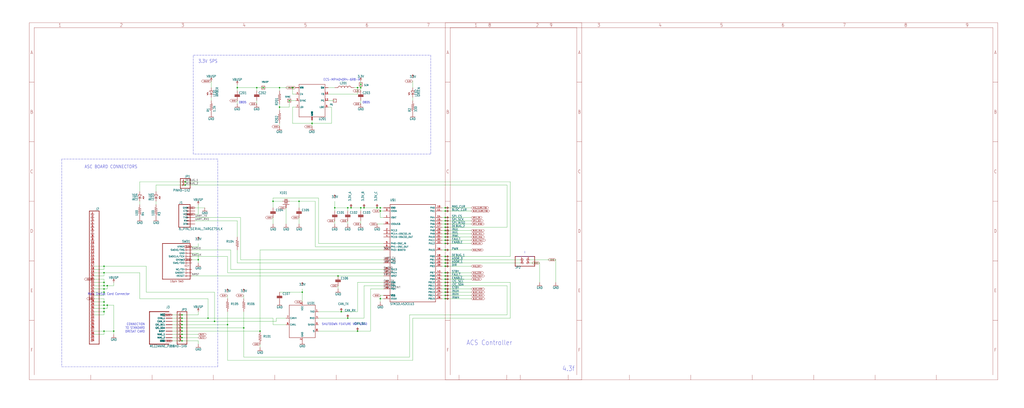
<source format=kicad_sch>
(kicad_sch (version 20210621) (generator eeschema)
  (paper "User" 800.252 319.329)
  (junction (at 81.28 208.28) (diameter 0.9144))
  (junction (at 81.28 213.36) (diameter 0.9144))
  (junction (at 81.28 220.98) (diameter 0.9144))
  (junction (at 81.28 223.52) (diameter 0.9144))
  (junction (at 81.28 226.06) (diameter 0.9144))
  (junction (at 81.28 228.6) (diameter 0.9144))
  (junction (at 81.28 236.22) (diameter 0.9144))
  (junction (at 81.28 238.76) (diameter 0.9144))
  (junction (at 81.28 241.3) (diameter 0.9144))
  (junction (at 81.28 243.84) (diameter 0.9144))
  (junction (at 81.28 259.08) (diameter 0.9144))
  (junction (at 83.82 223.52) (diameter 0.9144))
  (junction (at 83.82 238.76) (diameter 0.9144))
  (junction (at 88.9 259.08) (diameter 0.9144))
  (junction (at 142.24 246.38) (diameter 0.9144))
  (junction (at 142.24 248.92) (diameter 0.9144))
  (junction (at 142.24 251.46) (diameter 0.9144))
  (junction (at 142.24 254) (diameter 0.9144))
  (junction (at 142.24 256.54) (diameter 0.9144))
  (junction (at 142.24 259.08) (diameter 0.9144))
  (junction (at 142.24 261.62) (diameter 0.9144))
  (junction (at 142.24 264.16) (diameter 0.9144))
  (junction (at 142.24 266.7) (diameter 0.9144))
  (junction (at 144.78 142.24) (diameter 0.9144))
  (junction (at 144.78 144.78) (diameter 0.9144))
  (junction (at 154.94 203.2) (diameter 0.9144))
  (junction (at 162.56 248.92) (diameter 0.9144))
  (junction (at 167.64 251.46) (diameter 0.9144))
  (junction (at 177.8 254) (diameter 0.9144))
  (junction (at 185.42 68.58) (diameter 0.9144))
  (junction (at 190.5 256.54) (diameter 0.9144))
  (junction (at 200.66 68.58) (diameter 0.9144))
  (junction (at 203.2 259.08) (diameter 0.9144))
  (junction (at 205.74 68.58) (diameter 0.9144))
  (junction (at 213.36 157.48) (diameter 0.9144))
  (junction (at 218.44 68.58) (diameter 0.9144))
  (junction (at 218.44 83.82) (diameter 0.9144))
  (junction (at 226.06 78.74) (diameter 0.9144))
  (junction (at 228.6 68.58) (diameter 0.9144))
  (junction (at 233.68 157.48) (diameter 0.9144))
  (junction (at 236.22 228.6) (diameter 0.9144))
  (junction (at 243.84 96.52) (diameter 0.9144))
  (junction (at 261.62 162.56) (diameter 0.9144))
  (junction (at 264.16 215.9) (diameter 0.9144))
  (junction (at 266.7 243.84) (diameter 0.9144))
  (junction (at 271.78 162.56) (diameter 0.9144))
  (junction (at 271.78 248.92) (diameter 0.9144))
  (junction (at 274.32 162.56) (diameter 0.9144))
  (junction (at 279.4 68.58) (diameter 0.9144))
  (junction (at 279.4 259.08) (diameter 0.9144))
  (junction (at 281.94 66.04) (diameter 0.9144))
  (junction (at 281.94 68.58) (diameter 0.9144))
  (junction (at 281.94 162.56) (diameter 0.9144))
  (junction (at 284.48 162.56) (diameter 0.9144))
  (junction (at 294.64 162.56) (diameter 0.9144))
  (junction (at 297.18 162.56) (diameter 0.9144))
  (junction (at 297.18 165.1) (diameter 0.9144))
  (junction (at 297.18 233.68) (diameter 0.9144))
  (junction (at 347.98 162.56) (diameter 0.9144))
  (junction (at 347.98 165.1) (diameter 0.9144))
  (junction (at 347.98 170.18) (diameter 0.9144))
  (junction (at 347.98 172.72) (diameter 0.9144))
  (junction (at 347.98 175.26) (diameter 0.9144))
  (junction (at 347.98 177.8) (diameter 0.9144))
  (junction (at 347.98 180.34) (diameter 0.9144))
  (junction (at 347.98 182.88) (diameter 0.9144))
  (junction (at 347.98 185.42) (diameter 0.9144))
  (junction (at 347.98 187.96) (diameter 0.9144))
  (junction (at 347.98 190.5) (diameter 0.9144))
  (junction (at 347.98 195.58) (diameter 0.9144))
  (junction (at 347.98 200.66) (diameter 0.9144))
  (junction (at 347.98 203.2) (diameter 0.9144))
  (junction (at 347.98 205.74) (diameter 0.9144))
  (junction (at 347.98 208.28) (diameter 0.9144))
  (junction (at 347.98 213.36) (diameter 0.9144))
  (junction (at 347.98 215.9) (diameter 0.9144))
  (junction (at 347.98 218.44) (diameter 0.9144))
  (junction (at 347.98 220.98) (diameter 0.9144))
  (junction (at 347.98 223.52) (diameter 0.9144))
  (junction (at 347.98 226.06) (diameter 0.9144))
  (junction (at 347.98 228.6) (diameter 0.9144))
  (junction (at 347.98 231.14) (diameter 0.9144))
  (junction (at 347.98 233.68) (diameter 0.9144))
  (wire (pts (xy 73.66 210.82) (xy 81.28 210.82)))
  (wire (pts (xy 73.66 215.9) (xy 81.28 215.9)))
  (wire (pts (xy 73.66 218.44) (xy 81.28 218.44)))
  (wire (pts (xy 73.66 223.52) (xy 81.28 223.52)))
  (wire (pts (xy 73.66 226.06) (xy 81.28 226.06)))
  (wire (pts (xy 73.66 228.6) (xy 81.28 228.6)))
  (wire (pts (xy 73.66 231.14) (xy 81.28 231.14)))
  (wire (pts (xy 73.66 233.68) (xy 81.28 233.68)))
  (wire (pts (xy 73.66 238.76) (xy 81.28 238.76)))
  (wire (pts (xy 73.66 241.3) (xy 81.28 241.3)))
  (wire (pts (xy 73.66 243.84) (xy 81.28 243.84)))
  (wire (pts (xy 73.66 246.38) (xy 81.28 246.38)))
  (wire (pts (xy 73.66 259.08) (xy 81.28 259.08)))
  (wire (pts (xy 81.28 208.28) (xy 73.66 208.28)))
  (wire (pts (xy 81.28 210.82) (xy 81.28 208.28)))
  (wire (pts (xy 81.28 213.36) (xy 73.66 213.36)))
  (wire (pts (xy 81.28 215.9) (xy 81.28 213.36)))
  (wire (pts (xy 81.28 218.44) (xy 81.28 220.98)))
  (wire (pts (xy 81.28 220.98) (xy 73.66 220.98)))
  (wire (pts (xy 81.28 223.52) (xy 81.28 220.98)))
  (wire (pts (xy 81.28 226.06) (xy 83.82 226.06)))
  (wire (pts (xy 81.28 228.6) (xy 81.28 226.06)))
  (wire (pts (xy 81.28 231.14) (xy 81.28 228.6)))
  (wire (pts (xy 81.28 233.68) (xy 81.28 236.22)))
  (wire (pts (xy 81.28 236.22) (xy 73.66 236.22)))
  (wire (pts (xy 81.28 238.76) (xy 81.28 236.22)))
  (wire (pts (xy 81.28 241.3) (xy 83.82 241.3)))
  (wire (pts (xy 81.28 243.84) (xy 81.28 241.3)))
  (wire (pts (xy 81.28 246.38) (xy 81.28 243.84)))
  (wire (pts (xy 81.28 259.08) (xy 81.28 261.62)))
  (wire (pts (xy 81.28 259.08) (xy 88.9 259.08)))
  (wire (pts (xy 81.28 261.62) (xy 73.66 261.62)))
  (wire (pts (xy 83.82 223.52) (xy 81.28 223.52)))
  (wire (pts (xy 83.82 223.52) (xy 88.9 223.52)))
  (wire (pts (xy 83.82 226.06) (xy 83.82 223.52)))
  (wire (pts (xy 83.82 238.76) (xy 81.28 238.76)))
  (wire (pts (xy 83.82 238.76) (xy 88.9 238.76)))
  (wire (pts (xy 83.82 241.3) (xy 83.82 238.76)))
  (wire (pts (xy 88.9 223.52) (xy 88.9 220.98)))
  (wire (pts (xy 88.9 238.76) (xy 88.9 259.08)))
  (wire (pts (xy 88.9 259.08) (xy 88.9 261.62)))
  (wire (pts (xy 109.22 142.24) (xy 109.22 149.86)))
  (wire (pts (xy 109.22 142.24) (xy 144.78 142.24)))
  (wire (pts (xy 109.22 160.02) (xy 109.22 157.48)))
  (wire (pts (xy 109.22 213.36) (xy 81.28 213.36)))
  (wire (pts (xy 109.22 233.68) (xy 109.22 213.36)))
  (wire (pts (xy 114.3 208.28) (xy 81.28 208.28)))
  (wire (pts (xy 114.3 228.6) (xy 114.3 208.28)))
  (wire (pts (xy 121.92 144.78) (xy 121.92 149.86)))
  (wire (pts (xy 121.92 157.48) (xy 121.92 160.02)))
  (wire (pts (xy 134.62 246.38) (xy 142.24 246.38)))
  (wire (pts (xy 134.62 248.92) (xy 142.24 248.92)))
  (wire (pts (xy 134.62 251.46) (xy 142.24 251.46)))
  (wire (pts (xy 134.62 266.7) (xy 142.24 266.7)))
  (wire (pts (xy 142.24 246.38) (xy 154.94 246.38)))
  (wire (pts (xy 142.24 248.92) (xy 162.56 248.92)))
  (wire (pts (xy 142.24 251.46) (xy 167.64 251.46)))
  (wire (pts (xy 142.24 254) (xy 134.62 254)))
  (wire (pts (xy 142.24 256.54) (xy 134.62 256.54)))
  (wire (pts (xy 142.24 259.08) (xy 134.62 259.08)))
  (wire (pts (xy 142.24 261.62) (xy 134.62 261.62)))
  (wire (pts (xy 142.24 264.16) (xy 134.62 264.16)))
  (wire (pts (xy 142.24 266.7) (xy 154.94 266.7)))
  (wire (pts (xy 144.78 142.24) (xy 398.78 142.24)))
  (wire (pts (xy 144.78 144.78) (xy 121.92 144.78)))
  (wire (pts (xy 149.86 193.04) (xy 154.94 193.04)))
  (wire (pts (xy 149.86 198.12) (xy 154.94 198.12)))
  (wire (pts (xy 149.86 203.2) (xy 154.94 203.2)))
  (wire (pts (xy 152.4 162.56) (xy 160.02 162.56)))
  (wire (pts (xy 152.4 167.64) (xy 154.94 167.64)))
  (wire (pts (xy 154.94 167.64) (xy 154.94 160.02)))
  (wire (pts (xy 154.94 193.04) (xy 154.94 190.5)))
  (wire (pts (xy 154.94 198.12) (xy 154.94 203.2)))
  (wire (pts (xy 154.94 203.2) (xy 154.94 205.74)))
  (wire (pts (xy 154.94 246.38) (xy 154.94 243.84)))
  (wire (pts (xy 154.94 261.62) (xy 142.24 261.62)))
  (wire (pts (xy 154.94 264.16) (xy 142.24 264.16)))
  (wire (pts (xy 154.94 266.7) (xy 154.94 269.24)))
  (wire (pts (xy 162.56 233.68) (xy 109.22 233.68)))
  (wire (pts (xy 162.56 248.92) (xy 162.56 233.68)))
  (wire (pts (xy 162.56 248.92) (xy 213.36 248.92)))
  (wire (pts (xy 165.1 63.5) (xy 165.1 68.58)))
  (wire (pts (xy 165.1 78.74) (xy 165.1 76.2)))
  (wire (pts (xy 167.64 228.6) (xy 114.3 228.6)))
  (wire (pts (xy 167.64 251.46) (xy 167.64 228.6)))
  (wire (pts (xy 167.64 251.46) (xy 215.9 251.46)))
  (wire (pts (xy 177.8 200.66) (xy 149.86 200.66)))
  (wire (pts (xy 177.8 213.36) (xy 177.8 200.66)))
  (wire (pts (xy 177.8 231.14) (xy 177.8 233.68)))
  (wire (pts (xy 177.8 254) (xy 142.24 254)))
  (wire (pts (xy 177.8 254) (xy 177.8 243.84)))
  (wire (pts (xy 177.8 281.94) (xy 177.8 254)))
  (wire (pts (xy 180.34 195.58) (xy 149.86 195.58)))
  (wire (pts (xy 180.34 210.82) (xy 180.34 195.58)))
  (wire (pts (xy 185.42 68.58) (xy 185.42 66.04)))
  (wire (pts (xy 185.42 68.58) (xy 200.66 68.58)))
  (wire (pts (xy 185.42 71.12) (xy 185.42 68.58)))
  (wire (pts (xy 185.42 78.74) (xy 185.42 81.28)))
  (wire (pts (xy 185.42 172.72) (xy 152.4 172.72)))
  (wire (pts (xy 185.42 172.72) (xy 185.42 185.42)))
  (wire (pts (xy 185.42 195.58) (xy 185.42 205.74)))
  (wire (pts (xy 187.96 170.18) (xy 152.4 170.18)))
  (wire (pts (xy 187.96 203.2) (xy 187.96 170.18)))
  (wire (pts (xy 190.5 231.14) (xy 190.5 233.68)))
  (wire (pts (xy 190.5 256.54) (xy 142.24 256.54)))
  (wire (pts (xy 190.5 256.54) (xy 190.5 243.84)))
  (wire (pts (xy 190.5 279.4) (xy 190.5 256.54)))
  (wire (pts (xy 200.66 71.12) (xy 200.66 68.58)))
  (wire (pts (xy 200.66 81.28) (xy 200.66 78.74)))
  (wire (pts (xy 203.2 195.58) (xy 203.2 259.08)))
  (wire (pts (xy 203.2 259.08) (xy 142.24 259.08)))
  (wire (pts (xy 203.2 269.24) (xy 203.2 271.78)))
  (wire (pts (xy 205.74 68.58) (xy 200.66 68.58)))
  (wire (pts (xy 213.36 154.94) (xy 213.36 157.48)))
  (wire (pts (xy 213.36 157.48) (xy 213.36 162.56)))
  (wire (pts (xy 213.36 157.48) (xy 220.98 157.48)))
  (wire (pts (xy 213.36 170.18) (xy 213.36 175.26)))
  (wire (pts (xy 213.36 248.92) (xy 213.36 254)))
  (wire (pts (xy 213.36 254) (xy 223.52 254)))
  (wire (pts (xy 215.9 248.92) (xy 223.52 248.92)))
  (wire (pts (xy 215.9 251.46) (xy 215.9 248.92)))
  (wire (pts (xy 218.44 68.58) (xy 205.74 68.58)))
  (wire (pts (xy 218.44 71.12) (xy 218.44 68.58)))
  (wire (pts (xy 218.44 83.82) (xy 218.44 81.28)))
  (wire (pts (xy 218.44 86.36) (xy 218.44 83.82)))
  (wire (pts (xy 218.44 99.06) (xy 218.44 96.52)))
  (wire (pts (xy 218.44 228.6) (xy 236.22 228.6)))
  (wire (pts (xy 223.52 162.56) (xy 223.52 175.26)))
  (wire (pts (xy 226.06 78.74) (xy 226.06 83.82)))
  (wire (pts (xy 226.06 78.74) (xy 231.14 78.74)))
  (wire (pts (xy 226.06 83.82) (xy 218.44 83.82)))
  (wire (pts (xy 228.6 68.58) (xy 218.44 68.58)))
  (wire (pts (xy 228.6 73.66) (xy 228.6 68.58)))
  (wire (pts (xy 228.6 73.66) (xy 231.14 73.66)))
  (wire (pts (xy 228.6 83.82) (xy 228.6 96.52)))
  (wire (pts (xy 228.6 83.82) (xy 231.14 83.82)))
  (wire (pts (xy 228.6 96.52) (xy 243.84 96.52)))
  (wire (pts (xy 231.14 68.58) (xy 228.6 68.58)))
  (wire (pts (xy 233.68 157.48) (xy 226.06 157.48)))
  (wire (pts (xy 233.68 162.56) (xy 233.68 157.48)))
  (wire (pts (xy 233.68 170.18) (xy 233.68 175.26)))
  (wire (pts (xy 236.22 228.6) (xy 236.22 226.06)))
  (wire (pts (xy 236.22 236.22) (xy 236.22 228.6)))
  (wire (pts (xy 243.84 96.52) (xy 243.84 93.98)))
  (wire (pts (xy 243.84 99.06) (xy 243.84 96.52)))
  (wire (pts (xy 246.38 157.48) (xy 233.68 157.48)))
  (wire (pts (xy 246.38 193.04) (xy 246.38 157.48)))
  (wire (pts (xy 248.92 154.94) (xy 213.36 154.94)))
  (wire (pts (xy 248.92 190.5) (xy 248.92 154.94)))
  (wire (pts (xy 248.92 243.84) (xy 266.7 243.84)))
  (wire (pts (xy 248.92 248.92) (xy 271.78 248.92)))
  (wire (pts (xy 256.54 68.58) (xy 261.62 68.58)))
  (wire (pts (xy 256.54 73.66) (xy 279.4 73.66)))
  (wire (pts (xy 256.54 78.74) (xy 261.62 78.74)))
  (wire (pts (xy 256.54 83.82) (xy 259.08 83.82)))
  (wire (pts (xy 259.08 83.82) (xy 259.08 96.52)))
  (wire (pts (xy 259.08 96.52) (xy 243.84 96.52)))
  (wire (pts (xy 261.62 157.48) (xy 261.62 162.56)))
  (wire (pts (xy 261.62 165.1) (xy 261.62 162.56)))
  (wire (pts (xy 261.62 172.72) (xy 261.62 175.26)))
  (wire (pts (xy 264.16 215.9) (xy 149.86 215.9)))
  (wire (pts (xy 264.16 223.52) (xy 264.16 226.06)))
  (wire (pts (xy 266.7 243.84) (xy 279.4 243.84)))
  (wire (pts (xy 271.78 162.56) (xy 261.62 162.56)))
  (wire (pts (xy 271.78 165.1) (xy 271.78 162.56)))
  (wire (pts (xy 271.78 172.72) (xy 271.78 175.26)))
  (wire (pts (xy 271.78 248.92) (xy 284.48 248.92)))
  (wire (pts (xy 274.32 162.56) (xy 271.78 162.56)))
  (wire (pts (xy 274.32 162.56) (xy 281.94 162.56)))
  (wire (pts (xy 279.4 68.58) (xy 276.86 68.58)))
  (wire (pts (xy 279.4 68.58) (xy 281.94 68.58)))
  (wire (pts (xy 279.4 73.66) (xy 279.4 68.58)))
  (wire (pts (xy 279.4 220.98) (xy 299.72 220.98)))
  (wire (pts (xy 279.4 243.84) (xy 279.4 220.98)))
  (wire (pts (xy 279.4 259.08) (xy 248.92 259.08)))
  (wire (pts (xy 281.94 63.5) (xy 281.94 66.04)))
  (wire (pts (xy 281.94 68.58) (xy 281.94 66.04)))
  (wire (pts (xy 281.94 71.12) (xy 281.94 68.58)))
  (wire (pts (xy 281.94 81.28) (xy 281.94 78.74)))
  (wire (pts (xy 281.94 165.1) (xy 281.94 162.56)))
  (wire (pts (xy 281.94 175.26) (xy 281.94 172.72)))
  (wire (pts (xy 284.48 162.56) (xy 281.94 162.56)))
  (wire (pts (xy 284.48 223.52) (xy 299.72 223.52)))
  (wire (pts (xy 284.48 248.92) (xy 284.48 223.52)))
  (wire (pts (xy 289.56 226.06) (xy 299.72 226.06)))
  (wire (pts (xy 289.56 259.08) (xy 279.4 259.08)))
  (wire (pts (xy 289.56 259.08) (xy 289.56 226.06)))
  (wire (pts (xy 294.64 162.56) (xy 284.48 162.56)))
  (wire (pts (xy 294.64 175.26) (xy 299.72 175.26)))
  (wire (pts (xy 297.18 162.56) (xy 294.64 162.56)))
  (wire (pts (xy 297.18 162.56) (xy 299.72 162.56)))
  (wire (pts (xy 297.18 165.1) (xy 297.18 162.56)))
  (wire (pts (xy 297.18 165.1) (xy 299.72 165.1)))
  (wire (pts (xy 297.18 170.18) (xy 297.18 165.1)))
  (wire (pts (xy 297.18 231.14) (xy 297.18 233.68)))
  (wire (pts (xy 297.18 233.68) (xy 297.18 236.22)))
  (wire (pts (xy 299.72 170.18) (xy 297.18 170.18)))
  (wire (pts (xy 299.72 190.5) (xy 248.92 190.5)))
  (wire (pts (xy 299.72 193.04) (xy 246.38 193.04)))
  (wire (pts (xy 299.72 195.58) (xy 203.2 195.58)))
  (wire (pts (xy 299.72 203.2) (xy 187.96 203.2)))
  (wire (pts (xy 299.72 205.74) (xy 185.42 205.74)))
  (wire (pts (xy 299.72 210.82) (xy 180.34 210.82)))
  (wire (pts (xy 299.72 213.36) (xy 177.8 213.36)))
  (wire (pts (xy 299.72 215.9) (xy 264.16 215.9)))
  (wire (pts (xy 299.72 231.14) (xy 297.18 231.14)))
  (wire (pts (xy 299.72 233.68) (xy 297.18 233.68)))
  (wire (pts (xy 320.04 246.38) (xy 320.04 279.4)))
  (wire (pts (xy 320.04 279.4) (xy 190.5 279.4)))
  (wire (pts (xy 322.58 63.5) (xy 322.58 68.58)))
  (wire (pts (xy 322.58 76.2) (xy 322.58 78.74)))
  (wire (pts (xy 322.58 248.92) (xy 322.58 281.94)))
  (wire (pts (xy 322.58 281.94) (xy 177.8 281.94)))
  (wire (pts (xy 345.44 175.26) (xy 347.98 175.26)))
  (wire (pts (xy 345.44 182.88) (xy 347.98 182.88)))
  (wire (pts (xy 345.44 185.42) (xy 347.98 185.42)))
  (wire (pts (xy 345.44 190.5) (xy 347.98 190.5)))
  (wire (pts (xy 345.44 195.58) (xy 347.98 195.58)))
  (wire (pts (xy 345.44 203.2) (xy 347.98 203.2)))
  (wire (pts (xy 345.44 205.74) (xy 347.98 205.74)))
  (wire (pts (xy 345.44 208.28) (xy 347.98 208.28)))
  (wire (pts (xy 345.44 213.36) (xy 347.98 213.36)))
  (wire (pts (xy 345.44 215.9) (xy 347.98 215.9)))
  (wire (pts (xy 345.44 218.44) (xy 347.98 218.44)))
  (wire (pts (xy 345.44 220.98) (xy 347.98 220.98)))
  (wire (pts (xy 345.44 223.52) (xy 347.98 223.52)))
  (wire (pts (xy 345.44 226.06) (xy 347.98 226.06)))
  (wire (pts (xy 347.98 162.56) (xy 345.44 162.56)))
  (wire (pts (xy 347.98 165.1) (xy 345.44 165.1)))
  (wire (pts (xy 347.98 170.18) (xy 345.44 170.18)))
  (wire (pts (xy 347.98 172.72) (xy 345.44 172.72)))
  (wire (pts (xy 347.98 175.26) (xy 368.3 175.26)))
  (wire (pts (xy 347.98 177.8) (xy 345.44 177.8)))
  (wire (pts (xy 347.98 180.34) (xy 345.44 180.34)))
  (wire (pts (xy 347.98 182.88) (xy 368.3 182.88)))
  (wire (pts (xy 347.98 185.42) (xy 368.3 185.42)))
  (wire (pts (xy 347.98 187.96) (xy 345.44 187.96)))
  (wire (pts (xy 347.98 190.5) (xy 368.3 190.5)))
  (wire (pts (xy 347.98 195.58) (xy 368.3 195.58)))
  (wire (pts (xy 347.98 200.66) (xy 345.44 200.66)))
  (wire (pts (xy 347.98 203.2) (xy 406.4 203.2)))
  (wire (pts (xy 347.98 205.74) (xy 406.4 205.74)))
  (wire (pts (xy 347.98 208.28) (xy 368.3 208.28)))
  (wire (pts (xy 347.98 213.36) (xy 368.3 213.36)))
  (wire (pts (xy 347.98 215.9) (xy 368.3 215.9)))
  (wire (pts (xy 347.98 218.44) (xy 368.3 218.44)))
  (wire (pts (xy 347.98 220.98) (xy 398.78 220.98)))
  (wire (pts (xy 347.98 223.52) (xy 396.24 223.52)))
  (wire (pts (xy 347.98 226.06) (xy 368.3 226.06)))
  (wire (pts (xy 347.98 228.6) (xy 345.44 228.6)))
  (wire (pts (xy 347.98 231.14) (xy 345.44 231.14)))
  (wire (pts (xy 347.98 233.68) (xy 345.44 233.68)))
  (wire (pts (xy 368.3 162.56) (xy 347.98 162.56)))
  (wire (pts (xy 368.3 165.1) (xy 347.98 165.1)))
  (wire (pts (xy 368.3 170.18) (xy 347.98 170.18)))
  (wire (pts (xy 368.3 172.72) (xy 347.98 172.72)))
  (wire (pts (xy 368.3 180.34) (xy 347.98 180.34)))
  (wire (pts (xy 368.3 187.96) (xy 347.98 187.96)))
  (wire (pts (xy 368.3 228.6) (xy 347.98 228.6)))
  (wire (pts (xy 368.3 231.14) (xy 347.98 231.14)))
  (wire (pts (xy 368.3 233.68) (xy 347.98 233.68)))
  (wire (pts (xy 396.24 144.78) (xy 144.78 144.78)))
  (wire (pts (xy 396.24 177.8) (xy 347.98 177.8)))
  (wire (pts (xy 396.24 177.8) (xy 396.24 144.78)))
  (wire (pts (xy 396.24 223.52) (xy 396.24 246.38)))
  (wire (pts (xy 396.24 246.38) (xy 320.04 246.38)))
  (wire (pts (xy 398.78 142.24) (xy 398.78 200.66)))
  (wire (pts (xy 398.78 200.66) (xy 347.98 200.66)))
  (wire (pts (xy 398.78 220.98) (xy 398.78 248.92)))
  (wire (pts (xy 398.78 248.92) (xy 322.58 248.92)))
  (wire (pts (xy 414.02 203.2) (xy 434.34 203.2)))
  (wire (pts (xy 414.02 205.74) (xy 421.64 205.74)))
  (wire (pts (xy 421.64 205.74) (xy 421.64 220.98)))
  (wire (pts (xy 434.34 203.2) (xy 434.34 220.98)))
  (polyline (pts (xy 48.26 124.46) (xy 48.26 287.02)) (stroke (width 0) (type dash)))
  (polyline (pts (xy 48.26 287.02) (xy 170.18 287.02)) (stroke (width 0) (type dash)))
  (polyline (pts (xy 151.13 43.18) (xy 336.55 43.18)) (stroke (width 0) (type dash)))
  (polyline (pts (xy 151.13 120.65) (xy 151.13 43.18)) (stroke (width 0) (type dash)))
  (polyline (pts (xy 170.18 124.46) (xy 48.26 124.46)) (stroke (width 0) (type dash)))
  (polyline (pts (xy 170.18 287.02) (xy 170.18 124.46)) (stroke (width 0) (type dash)))
  (polyline (pts (xy 336.55 43.18) (xy 336.55 120.65)) (stroke (width 0) (type dash)))
  (polyline (pts (xy 336.55 120.65) (xy 151.13 120.65)) (stroke (width 0) (type dash)))
  (polyline (pts (xy 403.86 200.66) (xy 416.56 200.66)) (stroke (width 0) (type dash)))
  (polyline (pts (xy 410.21 198.12) (xy 410.21 196.088)) (stroke (width 0) (type dash)))
  (text "ASC BOARD CONNECTORS" (at 66.04 132.08 180) (effects (font (size 2.54 2.159)) (justify left bottom)))
  (text "Main OreSat Card Connector" (at 68.58 231.14 180) (effects (font (size 1.778 1.5113)) (justify left bottom)))
  (text "CONNECTION\nTO STANDARD\nORESAT CARD" (at 113.284 252.73 180) (effects (font (size 1.778 1.5113)) (justify right top)))
  (text "3.3V SPS" (at 154.94 49.53 180) (effects (font (size 2.54 2.159)) (justify left bottom)))
  (text "0805" (at 186.69 81.28 180) (effects (font (size 1.778 1.5113)) (justify left bottom)))
  (text "SHUTDOWN FEATURE NOT USED" (at 251.46 254.762 180) (effects (font (size 1.778 1.5113)) (justify left bottom)))
  (text "ECS-MPI4040R4-6R8-R" (at 252.73 63.5 180) (effects (font (size 1.778 1.5113)) (justify left bottom)))
  (text "0805" (at 283.21 81.28 180) (effects (font (size 1.778 1.5113)) (justify left bottom)))
  (text "ACS Controller" (at 364.49 270.51 180) (effects (font (size 3.81 3.2385)) (justify left bottom)))
  (text "4.3f" (at 439.42 290.83 180) (effects (font (size 3.81 3.2385)) (justify left bottom)))
  (label "DEBUG_1" (at 144.78 142.24 0) (effects (font (size 1.5113 1.5113))))
  (label "DEBUG_2" (at 144.78 144.78 0) (effects (font (size 1.5113 1.5113))))
  (label "SWDIO" (at 149.86 195.58 0) (effects (font (size 1.5113 1.5113))))
  (label "SWCLK" (at 149.86 200.66 0) (effects (font (size 1.5113 1.5113))))
  (label "NRST" (at 149.86 215.9 0) (effects (font (size 1.5113 1.5113))))
  (label "UART_TX" (at 152.4 170.18 0) (effects (font (size 1.5113 1.5113))))
  (label "UART_RX1" (at 152.4 172.72 0) (effects (font (size 1.5113 1.5113))))
  (label "BOOT" (at 299.72 195.58 0) (effects (font (size 1.5113 1.5113))))
  (label "UART_TX" (at 299.72 203.2 0) (effects (font (size 1.5113 1.5113))))
  (label "UART_RX" (at 299.72 205.74 0) (effects (font (size 1.5113 1.5113))))
  (label "SWDIO" (at 299.72 210.82 0) (effects (font (size 1.5113 1.5113))))
  (label "SWCLK" (at 299.72 213.36 0) (effects (font (size 1.5113 1.5113))))
  (label "NRST" (at 299.72 215.9 0) (effects (font (size 1.5113 1.5113))))
  (label "CAN_TX" (at 299.72 220.98 0) (effects (font (size 1.5113 1.5113))))
  (label "CAN_RX" (at 299.72 223.52 0) (effects (font (size 1.5113 1.5113))))
  (label "CAN_SILENT" (at 299.72 226.06 0) (effects (font (size 1.5113 1.5113))))
  (global_label "VBUSP" (shape bidirectional) (at 73.66 218.44 180) (effects (font (size 1.016 1.016))) (property "Intersheet References" "${INTERSHEET_REFS}" (effects hide)))
  (global_label "GND" (shape bidirectional) (at 73.66 233.68 180) (effects (font (size 1.016 1.016))) (property "Intersheet References" "${INTERSHEET_REFS}" (effects hide)))
  (global_label "VBUSP" (shape bidirectional) (at 134.62 246.38 180) (effects (font (size 1.016 1.016))) (property "Intersheet References" "${INTERSHEET_REFS}" (effects hide)))
  (global_label "GND" (shape bidirectional) (at 134.62 266.7 180) (effects (font (size 1.016 1.016))) (property "Intersheet References" "${INTERSHEET_REFS}" (effects hide)))
  (global_label "3.3V" (shape bidirectional) (at 149.86 193.04 180) (effects (font (size 1.016 1.016))) (property "Intersheet References" "${INTERSHEET_REFS}" (effects hide)))
  (global_label "GND" (shape bidirectional) (at 149.86 203.2 180) (effects (font (size 1.016 1.016))) (property "Intersheet References" "${INTERSHEET_REFS}" (effects hide)))
  (global_label "GND" (shape bidirectional) (at 152.4 162.56 180) (effects (font (size 1.016 1.016))) (property "Intersheet References" "${INTERSHEET_REFS}" (effects hide)))
  (global_label "VBUSP" (shape bidirectional) (at 152.4 167.64 180) (effects (font (size 1.016 1.016))) (property "Intersheet References" "${INTERSHEET_REFS}" (effects hide)))
  (global_label "OUT1" (shape bidirectional) (at 154.94 261.62 0) (effects (font (size 0.9525 0.9525))) (property "Intersheet References" "${INTERSHEET_REFS}" (effects hide)))
  (global_label "OUT2" (shape bidirectional) (at 154.94 264.16 0) (effects (font (size 0.9525 0.9525))) (property "Intersheet References" "${INTERSHEET_REFS}" (effects hide)))
  (global_label "VBUSP" (shape bidirectional) (at 165.1 63.5 180) (effects (font (size 1.016 1.016))) (property "Intersheet References" "${INTERSHEET_REFS}" (effects hide)))
  (global_label "3.3V" (shape bidirectional) (at 177.8 231.14 180) (effects (font (size 1.016 1.016))) (property "Intersheet References" "${INTERSHEET_REFS}" (effects hide)))
  (global_label "GND" (shape bidirectional) (at 185.42 78.74 180) (effects (font (size 1.016 1.016))) (property "Intersheet References" "${INTERSHEET_REFS}" (effects hide)))
  (global_label "3.3V" (shape bidirectional) (at 190.5 231.14 180) (effects (font (size 1.016 1.016))) (property "Intersheet References" "${INTERSHEET_REFS}" (effects hide)))
  (global_label "GND" (shape bidirectional) (at 200.66 81.28 180) (effects (font (size 1.016 1.016))) (property "Intersheet References" "${INTERSHEET_REFS}" (effects hide)))
  (global_label "GND" (shape bidirectional) (at 203.2 269.24 180) (effects (font (size 1.016 1.016))) (property "Intersheet References" "${INTERSHEET_REFS}" (effects hide)))
  (global_label "GND" (shape bidirectional) (at 213.36 170.18 180) (effects (font (size 1.016 1.016))) (property "Intersheet References" "${INTERSHEET_REFS}" (effects hide)))
  (global_label "GND" (shape bidirectional) (at 218.44 99.06 180) (effects (font (size 1.016 1.016))) (property "Intersheet References" "${INTERSHEET_REFS}" (effects hide)))
  (global_label "GND" (shape bidirectional) (at 223.52 162.56 180) (effects (font (size 1.016 1.016))) (property "Intersheet References" "${INTERSHEET_REFS}" (effects hide)))
  (global_label "VBUSP" (shape bidirectional) (at 231.14 68.58 180) (effects (font (size 1.016 1.016))) (property "Intersheet References" "${INTERSHEET_REFS}" (effects hide)))
  (global_label "GND" (shape bidirectional) (at 233.68 170.18 180) (effects (font (size 1.016 1.016))) (property "Intersheet References" "${INTERSHEET_REFS}" (effects hide)))
  (global_label "3.3V" (shape bidirectional) (at 236.22 236.22 180) (effects (font (size 1.016 1.016))) (property "Intersheet References" "${INTERSHEET_REFS}" (effects hide)))
  (global_label "GND" (shape bidirectional) (at 243.84 99.06 180) (effects (font (size 1.016 1.016))) (property "Intersheet References" "${INTERSHEET_REFS}" (effects hide)))
  (global_label "GND" (shape bidirectional) (at 261.62 172.72 180) (effects (font (size 1.016 1.016))) (property "Intersheet References" "${INTERSHEET_REFS}" (effects hide)))
  (global_label "GND" (shape bidirectional) (at 264.16 223.52 180) (effects (font (size 1.016 1.016))) (property "Intersheet References" "${INTERSHEET_REFS}" (effects hide)))
  (global_label "GND" (shape bidirectional) (at 271.78 172.72 180) (effects (font (size 1.016 1.016))) (property "Intersheet References" "${INTERSHEET_REFS}" (effects hide)))
  (global_label "3.3V" (shape bidirectional) (at 281.94 71.12 180) (effects (font (size 1.016 1.016))) (property "Intersheet References" "${INTERSHEET_REFS}" (effects hide)))
  (global_label "GND" (shape bidirectional) (at 281.94 81.28 180) (effects (font (size 1.016 1.016))) (property "Intersheet References" "${INTERSHEET_REFS}" (effects hide)))
  (global_label "GND" (shape bidirectional) (at 281.94 175.26 180) (effects (font (size 1.016 1.016))) (property "Intersheet References" "${INTERSHEET_REFS}" (effects hide)))
  (global_label "GND" (shape bidirectional) (at 294.64 175.26 180) (effects (font (size 1.016 1.016))) (property "Intersheet References" "${INTERSHEET_REFS}" (effects hide)))
  (global_label "3.3V" (shape bidirectional) (at 297.18 165.1 180) (effects (font (size 1.016 1.016))) (property "Intersheet References" "${INTERSHEET_REFS}" (effects hide)))
  (global_label "GND" (shape bidirectional) (at 297.18 231.14 180) (effects (font (size 1.016 1.016))) (property "Intersheet References" "${INTERSHEET_REFS}" (effects hide)))
  (global_label "3.3V" (shape bidirectional) (at 322.58 63.5 180) (effects (font (size 1.016 1.016))) (property "Intersheet References" "${INTERSHEET_REFS}" (effects hide)))
  (global_label "MAG_CURR_FDB" (shape bidirectional) (at 368.3 162.56 0) (effects (font (size 0.9525 0.9525))) (property "Intersheet References" "${INTERSHEET_REFS}" (effects hide)))
  (global_label "BLDC_CURR_FDB" (shape bidirectional) (at 368.3 165.1 0) (effects (font (size 0.9525 0.9525))) (property "Intersheet References" "${INTERSHEET_REFS}" (effects hide)))
  (global_label "SPI1_CS" (shape bidirectional) (at 368.3 170.18 0) (effects (font (size 0.9525 0.9525))) (property "Intersheet References" "${INTERSHEET_REFS}" (effects hide)))
  (global_label "SPI1_SCK" (shape bidirectional) (at 368.3 172.72 0) (effects (font (size 0.9525 0.9525))) (property "Intersheet References" "${INTERSHEET_REFS}" (effects hide)))
  (global_label "SPI1_MISO" (shape bidirectional) (at 368.3 175.26 0) (effects (font (size 0.9525 0.9525))) (property "Intersheet References" "${INTERSHEET_REFS}" (effects hide)))
  (global_label "BLDC_INUL" (shape bidirectional) (at 368.3 180.34 0) (effects (font (size 0.9525 0.9525))) (property "Intersheet References" "${INTERSHEET_REFS}" (effects hide)))
  (global_label "BLDC_INVL" (shape bidirectional) (at 368.3 182.88 0) (effects (font (size 0.9525 0.9525))) (property "Intersheet References" "${INTERSHEET_REFS}" (effects hide)))
  (global_label "BLDC_INWL" (shape bidirectional) (at 368.3 185.42 0) (effects (font (size 0.9525 0.9525))) (property "Intersheet References" "${INTERSHEET_REFS}" (effects hide)))
  (global_label "BLDC_FAULT" (shape bidirectional) (at 368.3 187.96 0) (effects (font (size 0.9525 0.9525))) (property "Intersheet References" "${INTERSHEET_REFS}" (effects hide)))
  (global_label "BLDC_EN" (shape bidirectional) (at 368.3 190.5 0) (effects (font (size 0.9525 0.9525))) (property "Intersheet References" "${INTERSHEET_REFS}" (effects hide)))
  (global_label "MAG_PWM" (shape bidirectional) (at 368.3 195.58 0) (effects (font (size 0.9525 0.9525))) (property "Intersheet References" "${INTERSHEET_REFS}" (effects hide)))
  (global_label "MAG_DIR" (shape bidirectional) (at 368.3 208.28 0) (effects (font (size 0.9525 0.9525))) (property "Intersheet References" "${INTERSHEET_REFS}" (effects hide)))
  (global_label "MAG_STBY" (shape bidirectional) (at 368.3 213.36 0) (effects (font (size 0.9525 0.9525))) (property "Intersheet References" "${INTERSHEET_REFS}" (effects hide)))
  (global_label "MAG_FAULT" (shape bidirectional) (at 368.3 215.9 0) (effects (font (size 0.9525 0.9525))) (property "Intersheet References" "${INTERSHEET_REFS}" (effects hide)))
  (global_label "MAG_EN" (shape bidirectional) (at 368.3 218.44 0) (effects (font (size 0.9525 0.9525))) (property "Intersheet References" "${INTERSHEET_REFS}" (effects hide)))
  (global_label "BLDC_STBY" (shape bidirectional) (at 368.3 226.06 0) (effects (font (size 0.9525 0.9525))) (property "Intersheet References" "${INTERSHEET_REFS}" (effects hide)))
  (global_label "BLDC_INUH" (shape bidirectional) (at 368.3 228.6 0) (effects (font (size 0.9525 0.9525))) (property "Intersheet References" "${INTERSHEET_REFS}" (effects hide)))
  (global_label "BLDC_INVH" (shape bidirectional) (at 368.3 231.14 0) (effects (font (size 0.9525 0.9525))) (property "Intersheet References" "${INTERSHEET_REFS}" (effects hide)))
  (global_label "BLDC_INWH" (shape bidirectional) (at 368.3 233.68 0) (effects (font (size 0.9525 0.9525))) (property "Intersheet References" "${INTERSHEET_REFS}" (effects hide)))
  (global_label "GND" (shape bidirectional) (at 421.64 205.74 180) (effects (font (size 1.016 1.016))) (property "Intersheet References" "${INTERSHEET_REFS}" (effects hide)))
  (global_label "GND" (shape bidirectional) (at 434.34 203.2 180) (effects (font (size 1.016 1.016))) (property "Intersheet References" "${INTERSHEET_REFS}" (effects hide)))
  (symbol (lib_id "controller_rev4.3_flat-eagle-import:VBUSP") (at 88.9 220.98 0)
    (property "Reference" "#VBUSP7" (effects hide))
    (property "Value" "VBUSP" (at 88.9 218.186 0) (effects (font (size 1.778 1.5113)) (justify bottom)))
  )
  (symbol (lib_id "controller_rev4.3_flat-eagle-import:VBUSP") (at 154.94 160.02 0)
    (property "Reference" "#VBUSP5" (effects hide))
    (property "Value" "VBUSP" (at 154.94 157.226 0) (effects (font (size 1.778 1.5113)) (justify bottom)))
  )
  (symbol (lib_id "controller_rev4.3_flat-eagle-import:3.3V") (at 154.94 187.96 0)
    (property "Reference" "#3.3V13" (effects hide))
    (property "Value" "3.3V" (at 152.4 187.96 0) (effects (font (size 1.778 1.5113)) (justify left bottom)))
  )
  (symbol (lib_id "controller_rev4.3_flat-eagle-import:VBUSP") (at 154.94 243.84 0)
    (property "Reference" "#VBUSP6" (effects hide))
    (property "Value" "VBUSP" (at 154.94 241.046 0) (effects (font (size 1.778 1.5113)) (justify bottom)))
  )
  (symbol (lib_id "controller_rev4.3_flat-eagle-import:VBUSP") (at 165.1 63.5 0)
    (property "Reference" "#VBUSP3" (effects hide))
    (property "Value" "VBUSP" (at 165.1 60.706 0) (effects (font (size 1.778 1.5113)) (justify bottom)))
  )
  (symbol (lib_id "controller_rev4.3_flat-eagle-import:3.3V") (at 177.8 228.6 0)
    (property "Reference" "#3.3V3" (effects hide))
    (property "Value" "3.3V" (at 175.26 228.6 0) (effects (font (size 1.778 1.5113)) (justify left bottom)))
  )
  (symbol (lib_id "controller_rev4.3_flat-eagle-import:VBUSP") (at 185.42 66.04 0)
    (property "Reference" "#VBUSP8" (effects hide))
    (property "Value" "VBUSP" (at 185.42 63.246 0) (effects (font (size 1.778 1.5113)) (justify bottom)))
  )
  (symbol (lib_id "controller_rev4.3_flat-eagle-import:3.3V") (at 190.5 228.6 0)
    (property "Reference" "#3.3V11" (effects hide))
    (property "Value" "3.3V" (at 187.96 228.6 0) (effects (font (size 1.778 1.5113)) (justify left bottom)))
  )
  (symbol (lib_id "controller_rev4.3_flat-eagle-import:3.3V") (at 236.22 223.52 0)
    (property "Reference" "#3.3V14" (effects hide))
    (property "Value" "3.3V" (at 233.68 223.52 0) (effects (font (size 1.778 1.5113)) (justify left bottom)))
  )
  (symbol (lib_id "controller_rev4.3_flat-eagle-import:3.3V") (at 261.62 154.94 0)
    (property "Reference" "#3.3V15" (effects hide))
    (property "Value" "3.3V" (at 259.08 154.94 0) (effects (font (size 1.778 1.5113)) (justify left bottom)))
  )
  (symbol (lib_id "controller_rev4.3_flat-eagle-import:TEST-POINT-LARGE") (at 266.7 241.3 0)
    (property "Reference" "CAN_TX" (at 264.16 238.76 0) (effects (font (size 1.778 1.5113)) (justify left bottom)))
    (property "Value" "TEST-POINT-LARGE" (effects hide))
    (property "Footprint" "1X01" (effects hide))
  )
  (symbol (lib_id "controller_rev4.3_flat-eagle-import:TEST-POINT-LARGE") (at 271.78 246.38 0)
    (property "Reference" "CAN_RX" (at 269.24 243.84 0) (effects (font (size 1.778 1.5113)) (justify left bottom)))
    (property "Value" "TEST-POINT-LARGE" (effects hide))
    (property "Footprint" "1X01" (effects hide))
  )
  (symbol (lib_id "controller_rev4.3_flat-eagle-import:TEST-POINT-LARGE") (at 274.32 160.02 0)
    (property "Reference" "3.3V_A" (at 274.32 157.48 90) (effects (font (size 1.778 1.5113)) (justify left bottom)))
    (property "Value" "TEST-POINT-LARGE" (effects hide))
    (property "Footprint" "1X01" (effects hide))
  )
  (symbol (lib_id "controller_rev4.3_flat-eagle-import:TEST-POINT-LARGE") (at 279.4 256.54 0)
    (property "Reference" "CAN_SIL" (at 276.86 254 0) (effects (font (size 1.778 1.5113)) (justify left bottom)))
    (property "Value" "TEST-POINT-LARGE" (effects hide))
    (property "Footprint" "1X01" (effects hide))
  )
  (symbol (lib_id "controller_rev4.3_flat-eagle-import:3.3V") (at 281.94 63.5 0)
    (property "Reference" "#SUPPLY1" (effects hide))
    (property "Value" "3.3V" (at 281.94 60.706 0) (effects (font (size 1.778 1.5113)) (justify bottom)))
  )
  (symbol (lib_id "controller_rev4.3_flat-eagle-import:TEST-POINT-LARGE") (at 284.48 160.02 0)
    (property "Reference" "3.3V_B" (at 284.48 157.48 90) (effects (font (size 1.778 1.5113)) (justify left bottom)))
    (property "Value" "TEST-POINT-LARGE" (effects hide))
    (property "Footprint" "1X01" (effects hide))
  )
  (symbol (lib_id "controller_rev4.3_flat-eagle-import:TEST-POINT-LARGE") (at 294.64 160.02 0)
    (property "Reference" "3.3V_C" (at 294.64 157.48 90) (effects (font (size 1.778 1.5113)) (justify left bottom)))
    (property "Value" "TEST-POINT-LARGE" (effects hide))
    (property "Footprint" "1X01" (effects hide))
  )
  (symbol (lib_id "controller_rev4.3_flat-eagle-import:3.3V") (at 322.58 60.96 0)
    (property "Reference" "#3.3V12" (effects hide))
    (property "Value" "3.3V" (at 320.04 60.96 0) (effects (font (size 1.778 1.5113)) (justify left bottom)))
  )
  (symbol (lib_id "controller_rev4.3_flat-eagle-import:TEST-POINT-LARGE") (at 350.52 162.56 270)
    (property "Reference" "MAG_CUR" (at 353.06 162.56 90) (effects (font (size 1.778 1.5113)) (justify left bottom)))
    (property "Value" "TEST-POINT-LARGE" (effects hide))
    (property "Footprint" "1X01" (effects hide))
  )
  (symbol (lib_id "controller_rev4.3_flat-eagle-import:TEST-POINT-LARGE") (at 350.52 165.1 270)
    (property "Reference" "BLDC_CUR" (at 353.06 165.1 90) (effects (font (size 1.778 1.5113)) (justify left bottom)))
    (property "Value" "TEST-POINT-LARGE" (effects hide))
    (property "Footprint" "1X01" (effects hide))
  )
  (symbol (lib_id "controller_rev4.3_flat-eagle-import:TEST-POINT-LARGE") (at 350.52 170.18 270)
    (property "Reference" "SPI_CS" (at 353.06 170.18 90) (effects (font (size 1.778 1.5113)) (justify left bottom)))
    (property "Value" "TEST-POINT-LARGE" (effects hide))
    (property "Footprint" "1X01" (effects hide))
  )
  (symbol (lib_id "controller_rev4.3_flat-eagle-import:TEST-POINT-LARGE") (at 350.52 172.72 270)
    (property "Reference" "SPI_SCK" (at 353.06 172.72 90) (effects (font (size 1.778 1.5113)) (justify left bottom)))
    (property "Value" "TEST-POINT-LARGE" (effects hide))
    (property "Footprint" "1X01" (effects hide))
  )
  (symbol (lib_id "controller_rev4.3_flat-eagle-import:TEST-POINT-LARGE") (at 350.52 175.26 270)
    (property "Reference" "SPI_MISO" (at 353.06 175.26 90) (effects (font (size 1.778 1.5113)) (justify left bottom)))
    (property "Value" "TEST-POINT-LARGE" (effects hide))
    (property "Footprint" "1X01" (effects hide))
  )
  (symbol (lib_id "controller_rev4.3_flat-eagle-import:TEST-POINT-LARGE") (at 350.52 177.8 270)
    (property "Reference" "DEBUG_2" (at 353.06 177.8 90) (effects (font (size 1.778 1.5113)) (justify left bottom)))
    (property "Value" "TEST-POINT-LARGE" (effects hide))
    (property "Footprint" "1X01" (effects hide))
  )
  (symbol (lib_id "controller_rev4.3_flat-eagle-import:TEST-POINT-LARGE") (at 350.52 180.34 270)
    (property "Reference" "INUL" (at 353.06 180.34 90) (effects (font (size 1.778 1.5113)) (justify left bottom)))
    (property "Value" "TEST-POINT-LARGE" (effects hide))
    (property "Footprint" "1X01" (effects hide))
  )
  (symbol (lib_id "controller_rev4.3_flat-eagle-import:TEST-POINT-LARGE") (at 350.52 182.88 270)
    (property "Reference" "INVL" (at 353.06 182.88 90) (effects (font (size 1.778 1.5113)) (justify left bottom)))
    (property "Value" "TEST-POINT-LARGE" (effects hide))
    (property "Footprint" "1X01" (effects hide))
  )
  (symbol (lib_id "controller_rev4.3_flat-eagle-import:TEST-POINT-LARGE") (at 350.52 185.42 270)
    (property "Reference" "INWL" (at 353.06 185.42 90) (effects (font (size 1.778 1.5113)) (justify left bottom)))
    (property "Value" "TEST-POINT-LARGE" (effects hide))
    (property "Footprint" "1X01" (effects hide))
  )
  (symbol (lib_id "controller_rev4.3_flat-eagle-import:TEST-POINT-LARGE") (at 350.52 187.96 270)
    (property "Reference" "FAULT" (at 353.06 187.96 90) (effects (font (size 1.778 1.5113)) (justify left bottom)))
    (property "Value" "TEST-POINT-LARGE" (effects hide))
    (property "Footprint" "1X01" (effects hide))
  )
  (symbol (lib_id "controller_rev4.3_flat-eagle-import:TEST-POINT-LARGE") (at 350.52 190.5 270)
    (property "Reference" "ENABLE" (at 353.06 190.5 90) (effects (font (size 1.778 1.5113)) (justify left bottom)))
    (property "Value" "TEST-POINT-LARGE" (effects hide))
    (property "Footprint" "1X01" (effects hide))
  )
  (symbol (lib_id "controller_rev4.3_flat-eagle-import:TEST-POINT-LARGE") (at 350.52 195.58 270)
    (property "Reference" "PWM" (at 353.06 195.58 90) (effects (font (size 1.778 1.5113)) (justify left bottom)))
    (property "Value" "TEST-POINT-LARGE" (effects hide))
    (property "Footprint" "1X01" (effects hide))
  )
  (symbol (lib_id "controller_rev4.3_flat-eagle-import:TEST-POINT-LARGE") (at 350.52 200.66 270)
    (property "Reference" "DEBUG_1" (at 353.06 200.66 90) (effects (font (size 1.778 1.5113)) (justify left bottom)))
    (property "Value" "TEST-POINT-LARGE" (effects hide))
    (property "Footprint" "1X01" (effects hide))
  )
  (symbol (lib_id "controller_rev4.3_flat-eagle-import:TEST-POINT-LARGE") (at 350.52 203.2 270)
    (property "Reference" "ADDR_0" (at 353.06 203.2 90) (effects (font (size 1.778 1.5113)) (justify left bottom)))
    (property "Value" "TEST-POINT-LARGE" (effects hide))
    (property "Footprint" "1X01" (effects hide))
  )
  (symbol (lib_id "controller_rev4.3_flat-eagle-import:TEST-POINT-LARGE") (at 350.52 205.74 270)
    (property "Reference" "ADDR_1" (at 353.06 205.74 90) (effects (font (size 1.778 1.5113)) (justify left bottom)))
    (property "Value" "TEST-POINT-LARGE" (effects hide))
    (property "Footprint" "1X01" (effects hide))
  )
  (symbol (lib_id "controller_rev4.3_flat-eagle-import:TEST-POINT-LARGE") (at 350.52 208.28 270)
    (property "Reference" "DIR" (at 353.06 208.28 90) (effects (font (size 1.778 1.5113)) (justify left bottom)))
    (property "Value" "TEST-POINT-LARGE" (effects hide))
    (property "Footprint" "1X01" (effects hide))
  )
  (symbol (lib_id "controller_rev4.3_flat-eagle-import:TEST-POINT-LARGE") (at 350.52 213.36 270)
    (property "Reference" "STBY_" (at 353.06 213.36 90) (effects (font (size 1.778 1.5113)) (justify left bottom)))
    (property "Value" "TEST-POINT-LARGE" (effects hide))
    (property "Footprint" "1X01" (effects hide))
  )
  (symbol (lib_id "controller_rev4.3_flat-eagle-import:TEST-POINT-LARGE") (at 350.52 215.9 270)
    (property "Reference" "FAULT_" (at 353.06 215.9 90) (effects (font (size 1.778 1.5113)) (justify left bottom)))
    (property "Value" "TEST-POINT-LARGE" (effects hide))
    (property "Footprint" "1X01" (effects hide))
  )
  (symbol (lib_id "controller_rev4.3_flat-eagle-import:TEST-POINT-LARGE") (at 350.52 218.44 270)
    (property "Reference" "ENABLE_" (at 353.06 218.44 90) (effects (font (size 1.778 1.5113)) (justify left bottom)))
    (property "Value" "TEST-POINT-LARGE" (effects hide))
    (property "Footprint" "1X01" (effects hide))
  )
  (symbol (lib_id "controller_rev4.3_flat-eagle-import:TEST-POINT-LARGE") (at 350.52 220.98 270)
    (property "Reference" "I2C_SCL" (at 353.06 220.98 90) (effects (font (size 1.778 1.5113)) (justify left bottom)))
    (property "Value" "TEST-POINT-LARGE" (effects hide))
    (property "Footprint" "1X01" (effects hide))
  )
  (symbol (lib_id "controller_rev4.3_flat-eagle-import:TEST-POINT-LARGE") (at 350.52 223.52 270)
    (property "Reference" "I2C_SDA" (at 353.06 223.52 90) (effects (font (size 1.778 1.5113)) (justify left bottom)))
    (property "Value" "TEST-POINT-LARGE" (effects hide))
    (property "Footprint" "1X01" (effects hide))
  )
  (symbol (lib_id "controller_rev4.3_flat-eagle-import:TEST-POINT-LARGE") (at 350.52 226.06 270)
    (property "Reference" "STBY" (at 353.06 226.06 90) (effects (font (size 1.778 1.5113)) (justify left bottom)))
    (property "Value" "TEST-POINT-LARGE" (effects hide))
    (property "Footprint" "1X01" (effects hide))
  )
  (symbol (lib_id "controller_rev4.3_flat-eagle-import:TEST-POINT-LARGE") (at 350.52 228.6 270)
    (property "Reference" "INUH" (at 353.06 228.6 90) (effects (font (size 1.778 1.5113)) (justify left bottom)))
    (property "Value" "TEST-POINT-LARGE" (effects hide))
    (property "Footprint" "1X01" (effects hide))
  )
  (symbol (lib_id "controller_rev4.3_flat-eagle-import:TEST-POINT-LARGE") (at 350.52 231.14 270)
    (property "Reference" "INVH" (at 353.06 231.14 90) (effects (font (size 1.778 1.5113)) (justify left bottom)))
    (property "Value" "TEST-POINT-LARGE" (effects hide))
    (property "Footprint" "1X01" (effects hide))
  )
  (symbol (lib_id "controller_rev4.3_flat-eagle-import:TEST-POINT-LARGE") (at 350.52 233.68 270)
    (property "Reference" "INWH" (at 353.06 233.68 90) (effects (font (size 1.778 1.5113)) (justify left bottom)))
    (property "Value" "TEST-POINT-LARGE" (effects hide))
    (property "Footprint" "1X01" (effects hide))
  )
  (symbol (lib_id "controller_rev4.3_flat-eagle-import:TEST-POINT-LARGE-SQUARE") (at 205.74 68.58 0)
    (property "Reference" "VBUSP" (at 204.47 64.77 0) (effects (font (size 1.27 1.0795)) (justify left bottom)))
    (property "Value" "TEST-POINT-LARGE-SQUARE" (effects hide))
    (property "Footprint" "1X01" (effects hide))
  )
  (symbol (lib_id "controller_rev4.3_flat-eagle-import:TEST-POINT-LARGE-SQUARE") (at 226.06 78.74 0)
    (property "Reference" "SYNC" (at 222.758 76.454 0) (effects (font (size 1.27 1.0795)) (justify left bottom)))
    (property "Value" "TEST-POINT-LARGE-SQUARE" (effects hide))
    (property "Footprint" "1X01" (effects hide))
  )
  (symbol (lib_id "controller_rev4.3_flat-eagle-import:TEST-POINT-LARGE-SQUARE") (at 261.62 78.74 0)
    (property "Reference" "PG" (at 257.81 82.55 0) (effects (font (size 1.27 1.0795)) (justify left bottom)))
    (property "Value" "TEST-POINT-LARGE-SQUARE" (effects hide))
    (property "Footprint" "1X01" (effects hide))
  )
  (symbol (lib_id "controller_rev4.3_flat-eagle-import:TEST-POINT-LARGE-SQUARE") (at 281.94 66.04 0)
    (property "Reference" "3.3V" (at 284.48 67.31 0) (effects (font (size 1.27 1.0795)) (justify left bottom)))
    (property "Value" "TEST-POINT-LARGE-SQUARE" (effects hide))
    (property "Footprint" "1X01" (effects hide))
  )
  (symbol (lib_id "controller_rev4.3_flat-eagle-import:GND") (at 88.9 264.16 0) (mirror y)
    (property "Reference" "#GND24" (effects hide))
    (property "Value" "GND" (at 91.44 266.7 0) (effects (font (size 1.778 1.5113)) (justify left bottom)))
  )
  (symbol (lib_id "controller_rev4.3_flat-eagle-import:GND") (at 109.22 172.72 0) (mirror y)
    (property "Reference" "#GND48" (effects hide))
    (property "Value" "GND" (at 111.76 175.26 0) (effects (font (size 1.778 1.5113)) (justify left bottom)))
  )
  (symbol (lib_id "controller_rev4.3_flat-eagle-import:GND") (at 121.92 172.72 0) (mirror y)
    (property "Reference" "#GND49" (effects hide))
    (property "Value" "GND" (at 124.46 175.26 0) (effects (font (size 1.778 1.5113)) (justify left bottom)))
  )
  (symbol (lib_id "controller_rev4.3_flat-eagle-import:GND") (at 154.94 208.28 0) (mirror y)
    (property "Reference" "#GND37" (effects hide))
    (property "Value" "GND" (at 157.48 210.82 0) (effects (font (size 1.778 1.5113)) (justify left bottom)))
  )
  (symbol (lib_id "controller_rev4.3_flat-eagle-import:GND") (at 154.94 271.78 0) (mirror y)
    (property "Reference" "#GND3" (effects hide))
    (property "Value" "GND" (at 157.48 274.32 0) (effects (font (size 1.778 1.5113)) (justify left bottom)))
  )
  (symbol (lib_id "controller_rev4.3_flat-eagle-import:GND") (at 160.02 165.1 0) (mirror y)
    (property "Reference" "#GND33" (effects hide))
    (property "Value" "GND" (at 162.56 167.64 0) (effects (font (size 1.778 1.5113)) (justify left bottom)))
  )
  (symbol (lib_id "controller_rev4.3_flat-eagle-import:GND") (at 165.1 91.44 0)
    (property "Reference" "#GND58" (effects hide))
    (property "Value" "GND" (at 162.56 93.98 0) (effects (font (size 1.778 1.5113)) (justify left bottom)))
  )
  (symbol (lib_id "controller_rev4.3_flat-eagle-import:GND") (at 185.42 83.82 0)
    (property "Reference" "#GND28" (effects hide))
    (property "Value" "GND" (at 182.88 86.36 0) (effects (font (size 1.778 1.5113)) (justify left bottom)))
  )
  (symbol (lib_id "controller_rev4.3_flat-eagle-import:GND") (at 200.66 83.82 0)
    (property "Reference" "#GND23" (effects hide))
    (property "Value" "GND" (at 198.12 86.36 0) (effects (font (size 1.778 1.5113)) (justify left bottom)))
  )
  (symbol (lib_id "controller_rev4.3_flat-eagle-import:GND") (at 203.2 274.32 0) (mirror y)
    (property "Reference" "#GND31" (effects hide))
    (property "Value" "GND" (at 205.74 276.86 0) (effects (font (size 1.778 1.5113)) (justify left bottom)))
  )
  (symbol (lib_id "controller_rev4.3_flat-eagle-import:GND") (at 213.36 177.8 0) (mirror y)
    (property "Reference" "#GND6" (effects hide))
    (property "Value" "GND" (at 215.9 180.34 0) (effects (font (size 1.778 1.5113)) (justify left bottom)))
  )
  (symbol (lib_id "controller_rev4.3_flat-eagle-import:GND") (at 218.44 101.6 0)
    (property "Reference" "#GND42" (effects hide))
    (property "Value" "GND" (at 215.9 104.14 0) (effects (font (size 1.778 1.5113)) (justify left bottom)))
  )
  (symbol (lib_id "controller_rev4.3_flat-eagle-import:GND") (at 218.44 238.76 0) (mirror y)
    (property "Reference" "#GND19" (effects hide))
    (property "Value" "GND" (at 220.98 241.3 0) (effects (font (size 1.778 1.5113)) (justify left bottom)))
  )
  (symbol (lib_id "controller_rev4.3_flat-eagle-import:GND") (at 223.52 177.8 0) (mirror y)
    (property "Reference" "#GND16" (effects hide))
    (property "Value" "GND" (at 226.06 180.34 0) (effects (font (size 1.778 1.5113)) (justify left bottom)))
  )
  (symbol (lib_id "controller_rev4.3_flat-eagle-import:GND") (at 233.68 177.8 0) (mirror y)
    (property "Reference" "#GND1" (effects hide))
    (property "Value" "GND" (at 236.22 180.34 0) (effects (font (size 1.778 1.5113)) (justify left bottom)))
  )
  (symbol (lib_id "controller_rev4.3_flat-eagle-import:GND") (at 236.22 269.24 0) (mirror y)
    (property "Reference" "#GND21" (effects hide))
    (property "Value" "GND" (at 238.76 271.78 0) (effects (font (size 1.778 1.5113)) (justify left bottom)))
  )
  (symbol (lib_id "controller_rev4.3_flat-eagle-import:GND") (at 243.84 101.6 0)
    (property "Reference" "#GND18" (effects hide))
    (property "Value" "GND" (at 241.3 104.14 0) (effects (font (size 1.778 1.5113)) (justify left bottom)))
  )
  (symbol (lib_id "controller_rev4.3_flat-eagle-import:GND") (at 261.62 177.8 0)
    (property "Reference" "#GND29" (effects hide))
    (property "Value" "GND" (at 259.08 180.34 0) (effects (font (size 1.778 1.5113)) (justify left bottom)))
  )
  (symbol (lib_id "controller_rev4.3_flat-eagle-import:GND") (at 264.16 228.6 0) (mirror y)
    (property "Reference" "#GND17" (effects hide))
    (property "Value" "GND" (at 266.7 231.14 0) (effects (font (size 1.778 1.5113)) (justify left bottom)))
  )
  (symbol (lib_id "controller_rev4.3_flat-eagle-import:GND") (at 271.78 177.8 0)
    (property "Reference" "#GND15" (effects hide))
    (property "Value" "GND" (at 269.24 180.34 0) (effects (font (size 1.778 1.5113)) (justify left bottom)))
  )
  (symbol (lib_id "controller_rev4.3_flat-eagle-import:GND") (at 281.94 83.82 0) (mirror y)
    (property "Reference" "#GND30" (effects hide))
    (property "Value" "GND" (at 284.48 86.36 0) (effects (font (size 1.778 1.5113)) (justify left bottom)))
  )
  (symbol (lib_id "controller_rev4.3_flat-eagle-import:GND") (at 281.94 177.8 0)
    (property "Reference" "#GND12" (effects hide))
    (property "Value" "GND" (at 279.4 180.34 0) (effects (font (size 1.778 1.5113)) (justify left bottom)))
  )
  (symbol (lib_id "controller_rev4.3_flat-eagle-import:GND") (at 294.64 177.8 0) (mirror y)
    (property "Reference" "#GND9" (effects hide))
    (property "Value" "GND" (at 297.18 180.34 0) (effects (font (size 1.778 1.5113)) (justify left bottom)))
  )
  (symbol (lib_id "controller_rev4.3_flat-eagle-import:GND") (at 297.18 238.76 0) (mirror y)
    (property "Reference" "#GND4" (effects hide))
    (property "Value" "GND" (at 299.72 241.3 0) (effects (font (size 1.778 1.5113)) (justify left bottom)))
  )
  (symbol (lib_id "controller_rev4.3_flat-eagle-import:GND") (at 322.58 91.44 0)
    (property "Reference" "#GND59" (effects hide))
    (property "Value" "GND" (at 320.04 93.98 0) (effects (font (size 1.778 1.5113)) (justify left bottom)))
  )
  (symbol (lib_id "controller_rev4.3_flat-eagle-import:GND") (at 421.64 223.52 0) (mirror y)
    (property "Reference" "#GND20" (effects hide))
    (property "Value" "GND" (at 424.18 226.06 0) (effects (font (size 1.778 1.5113)) (justify left bottom)))
  )
  (symbol (lib_id "controller_rev4.3_flat-eagle-import:GND") (at 434.34 223.52 0) (mirror y)
    (property "Reference" "#GND22" (effects hide))
    (property "Value" "GND" (at 436.88 226.06 0) (effects (font (size 1.778 1.5113)) (justify left bottom)))
  )
  (symbol (lib_id "controller_rev4.3_flat-eagle-import:R-US_0402-B-NOSILK") (at 109.22 165.1 270) (mirror x)
    (property "Reference" "R4" (at 110.7186 168.91 0) (effects (font (size 1.778 1.5113)) (justify left bottom)))
    (property "Value" "100" (at 105.918 168.91 0) (effects (font (size 1.778 1.5113)) (justify left bottom)))
    (property "Footprint" ".0402-B-NOSILK" (effects hide))
  )
  (symbol (lib_id "controller_rev4.3_flat-eagle-import:R-US_0402-B-NOSILK") (at 121.92 165.1 270) (mirror x)
    (property "Reference" "R3" (at 123.4186 168.91 0) (effects (font (size 1.778 1.5113)) (justify left bottom)))
    (property "Value" "100" (at 118.618 168.91 0) (effects (font (size 1.778 1.5113)) (justify left bottom)))
    (property "Footprint" ".0402-B-NOSILK" (effects hide))
  )
  (symbol (lib_id "controller_rev4.3_flat-eagle-import:R-US_0402-B-NOSILK") (at 165.1 83.82 90)
    (property "Reference" "R1" (at 163.6014 87.63 0) (effects (font (size 1.778 1.5113)) (justify left bottom)))
    (property "Value" "1.3k" (at 168.402 87.63 0) (effects (font (size 1.778 1.5113)) (justify left bottom)))
    (property "Footprint" ".0402-B-NOSILK" (effects hide))
  )
  (symbol (lib_id "controller_rev4.3_flat-eagle-import:R-US_0402-B-NOSILK") (at 177.8 238.76 270) (mirror x)
    (property "Reference" "R105" (at 180.34 238.76 90) (effects (font (size 1.778 1.5113)) (justify left top)))
    (property "Value" "4.7k" (at 180.34 241.3 90) (effects (font (size 1.778 1.5113)) (justify left top)))
    (property "Footprint" ".0402-B-NOSILK" (effects hide))
    (property "Value" "Digi-Key" (effects hide))
    (property "Value" "1276-4275-1-ND" (effects hide))
    (property "Value" "Samsung" (effects hide))
    (property "Value" "RC1005F6653CS" (effects hide))
  )
  (symbol (lib_id "controller_rev4.3_flat-eagle-import:R-US_0402-B-NOSILK") (at 185.42 190.5 90) (mirror x)
    (property "Reference" "R104" (at 182.88 187.96 90) (effects (font (size 1.778 1.5113)) (justify left top)))
    (property "Value" "10k" (at 182.88 190.5 90) (effects (font (size 1.778 1.5113)) (justify left top)))
    (property "Footprint" ".0402-B-NOSILK" (effects hide))
    (property "Value" "Digi-Key" (effects hide))
    (property "Value" "1276-4275-1-ND" (effects hide))
    (property "Value" "Samsung" (effects hide))
    (property "Value" "RC1005F6653CS" (effects hide))
  )
  (symbol (lib_id "controller_rev4.3_flat-eagle-import:R-US_0402-B-NOSILK") (at 190.5 238.76 270) (mirror x)
    (property "Reference" "R106" (at 193.04 238.76 90) (effects (font (size 1.778 1.5113)) (justify left top)))
    (property "Value" "4.7k" (at 193.04 241.3 90) (effects (font (size 1.778 1.5113)) (justify left top)))
    (property "Footprint" ".0402-B-NOSILK" (effects hide))
    (property "Value" "Digi-Key" (effects hide))
    (property "Value" "1276-4275-1-ND" (effects hide))
    (property "Value" "Samsung" (effects hide))
    (property "Value" "RC1005F6653CS" (effects hide))
  )
  (symbol (lib_id "controller_rev4.3_flat-eagle-import:R-US_0402-B-NOSILK") (at 203.2 264.16 270) (mirror x)
    (property "Reference" "R101" (at 205.74 264.16 90) (effects (font (size 1.778 1.5113)) (justify left top)))
    (property "Value" "10k" (at 205.74 266.7 90) (effects (font (size 1.778 1.5113)) (justify left top)))
    (property "Footprint" ".0402-B-NOSILK" (effects hide))
    (property "Value" "Digi-Key" (effects hide))
    (property "Value" "1276-4275-1-ND" (effects hide))
    (property "Value" "Samsung" (effects hide))
    (property "Value" "RC1005F6653CS" (effects hide))
  )
  (symbol (lib_id "controller_rev4.3_flat-eagle-import:R-US_0603-C-NOSILK") (at 218.44 76.2 90)
    (property "Reference" "R201" (at 217.17 82.55 0) (effects (font (size 1.778 1.5113)) (justify left bottom)))
    (property "Value" "10k" (at 217.17 76.2 0) (effects (font (size 1.778 1.5113)) (justify left bottom)))
    (property "Footprint" ".0603-C-NOSILK" (effects hide))
    (property "Value" "Digi-Key" (effects hide))
    (property "Value" "RNCP0603FTD10K0CT-ND  " (effects hide))
    (property "Value" "Stackpole" (effects hide))
    (property "Value" "RNCP0603FTD10K0" (effects hide))
  )
  (symbol (lib_id "controller_rev4.3_flat-eagle-import:R-US_0603-C-NOSILK") (at 218.44 91.44 90)
    (property "Reference" "R202" (at 217.17 96.52 0) (effects (font (size 1.778 1.5113)) (justify left bottom)))
    (property "Value" "NP" (at 217.17 90.17 0) (effects (font (size 1.778 1.5113)) (justify left bottom)))
    (property "Footprint" ".0603-C-NOSILK" (effects hide))
    (property "Value" "Digi-Key" (effects hide))
    (property "Value" "1276-4275-1-ND" (effects hide))
    (property "Value" "Samsung" (effects hide))
    (property "Value" "RC1005F6653CS" (effects hide))
  )
  (symbol (lib_id "controller_rev4.3_flat-eagle-import:R-US_0402-B-NOSILK") (at 322.58 83.82 90)
    (property "Reference" "R2" (at 321.0814 87.63 0) (effects (font (size 1.778 1.5113)) (justify left bottom)))
    (property "Value" "330" (at 325.882 87.63 0) (effects (font (size 1.778 1.5113)) (justify left bottom)))
    (property "Footprint" ".0402-B-NOSILK" (effects hide))
  )
  (symbol (lib_id "controller_rev4.3_flat-eagle-import:L-ECS-MPI4040") (at 269.24 68.58 90)
    (property "Reference" "L201" (at 265.43 66.04 90) (effects (font (size 1.778 1.5113)) (justify right top)))
    (property "Value" "6.8u" (at 265.43 71.12 90) (effects (font (size 1.778 1.5113)) (justify right top)))
    (property "Footprint" "ECS-MPI4040" (effects hide))
    (property "Value" "Digi-Key" (effects hide))
    (property "Value" "XC2337CT-ND" (effects hide))
    (property "Value" "ECS" (effects hide))
    (property "Value" "ECS-MPI4040R4-6R8-R" (effects hide))
  )
  (symbol (lib_id "controller_rev4.3_flat-eagle-import:C-EU0805-B-NOSILK") (at 185.42 73.66 0)
    (property "Reference" "C201" (at 186.69 73.66 0) (effects (font (size 1.778 1.5113)) (justify left bottom)))
    (property "Value" "10u" (at 186.69 78.74 0) (effects (font (size 1.778 1.5113)) (justify left bottom)))
    (property "Footprint" ".0805-B-NOSILK" (effects hide))
    (property "Value" "Digi-Key" (effects hide))
    (property "Value" "1276-6472-1-ND" (effects hide))
    (property "Value" "Samsung" (effects hide))
    (property "Value" "CL21B106KOQNNNG" (effects hide))
  )
  (symbol (lib_id "controller_rev4.3_flat-eagle-import:C-EU0603-C-NOSILK") (at 200.66 73.66 0)
    (property "Reference" "C202" (at 201.93 73.66 0) (effects (font (size 1.778 1.5113)) (justify left bottom)))
    (property "Value" "1u" (at 201.93 78.74 0) (effects (font (size 1.778 1.5113)) (justify left bottom)))
    (property "Footprint" ".0603-C-NOSILK" (effects hide))
    (property "Value" "Digi-Key" (effects hide))
    (property "Value" "311-1444-1-ND" (effects hide))
    (property "Value" "Yageo" (effects hide))
    (property "Value" "CC0603KRX5R7BB105" (effects hide))
  )
  (symbol (lib_id "controller_rev4.3_flat-eagle-import:C-EU0402-B-NOSILK") (at 213.36 165.1 0) (mirror y)
    (property "Reference" "C104" (at 215.392 165.354 0) (effects (font (size 1.778 1.5113)) (justify right bottom)))
    (property "Value" "20p" (at 215.392 170.434 0) (effects (font (size 1.778 1.5113)) (justify right bottom)))
    (property "Footprint" ".0402-B-NOSILK" (effects hide))
    (property "Value" "Digi-Key" (effects hide))
    (property "Value" "1276-6601-1-ND" (effects hide))
    (property "Value" "Samsung" (effects hide))
    (property "Value" "CL05C200JB51PNC" (effects hide))
  )
  (symbol (lib_id "controller_rev4.3_flat-eagle-import:C-EU0402-B-NOSILK") (at 218.44 231.14 0) (mirror y)
    (property "Reference" "C107" (at 220.726 230.759 0) (effects (font (size 1.778 1.5113)) (justify right bottom)))
    (property "Value" "100n" (at 220.726 234.061 0) (effects (font (size 1.778 1.5113)) (justify right top)))
    (property "Footprint" ".0402-B-NOSILK" (effects hide))
    (property "Value" "Digi-Key" (effects hide))
    (property "Value" "1276-1001-1-ND" (effects hide))
    (property "Value" "Samsung" (effects hide))
    (property "Value" "CL05B104KO5NNNC" (effects hide))
  )
  (symbol (lib_id "controller_rev4.3_flat-eagle-import:C-EU0402-B-NOSILK") (at 233.68 165.1 0) (mirror y)
    (property "Reference" "C105" (at 235.712 165.354 0) (effects (font (size 1.778 1.5113)) (justify right bottom)))
    (property "Value" "20p" (at 235.712 170.434 0) (effects (font (size 1.778 1.5113)) (justify right bottom)))
    (property "Footprint" ".0402-B-NOSILK" (effects hide))
    (property "Value" "Digi-Key" (effects hide))
    (property "Value" "1276-6601-1-ND" (effects hide))
    (property "Value" "Samsung" (effects hide))
    (property "Value" "CL05C200JB51PNC" (effects hide))
  )
  (symbol (lib_id "controller_rev4.3_flat-eagle-import:C-EU0402-B-NOSILK") (at 261.62 167.64 0)
    (property "Reference" "C101" (at 263.144 167.259 0) (effects (font (size 1.778 1.5113)) (justify left bottom)))
    (property "Value" "100n" (at 263.144 172.339 0) (effects (font (size 1.778 1.5113)) (justify left bottom)))
    (property "Footprint" ".0402-B-NOSILK" (effects hide))
    (property "Value" "Digi-Key" (effects hide))
    (property "Value" "1276-1001-1-ND" (effects hide))
    (property "Value" "Samsung" (effects hide))
    (property "Value" "CL05B104KO5NNNC" (effects hide))
  )
  (symbol (lib_id "controller_rev4.3_flat-eagle-import:C-EU0402-B-NOSILK") (at 264.16 218.44 0) (mirror y)
    (property "Reference" "C106" (at 266.192 218.694 0) (effects (font (size 1.778 1.5113)) (justify right bottom)))
    (property "Value" "100n" (at 266.192 223.774 0) (effects (font (size 1.778 1.5113)) (justify right bottom)))
    (property "Footprint" ".0402-B-NOSILK" (effects hide))
    (property "Value" "Digi-Key" (effects hide))
    (property "Value" "1276-6601-1-ND" (effects hide))
    (property "Value" "Samsung" (effects hide))
    (property "Value" "CL05C200JB51PNC" (effects hide))
  )
  (symbol (lib_id "controller_rev4.3_flat-eagle-import:C-EU0402-B-NOSILK") (at 271.78 167.64 0)
    (property "Reference" "C102" (at 273.304 167.259 0) (effects (font (size 1.778 1.5113)) (justify left bottom)))
    (property "Value" "100n" (at 273.304 172.339 0) (effects (font (size 1.778 1.5113)) (justify left bottom)))
    (property "Footprint" ".0402-B-NOSILK" (effects hide))
    (property "Value" "Digi-Key" (effects hide))
    (property "Value" "1276-1001-1-ND" (effects hide))
    (property "Value" "Samsung" (effects hide))
    (property "Value" "CL05B104KO5NNNC" (effects hide))
  )
  (symbol (lib_id "controller_rev4.3_flat-eagle-import:C-EU0805-B-NOSILK") (at 281.94 73.66 0)
    (property "Reference" "C203" (at 283.21 73.66 0) (effects (font (size 1.778 1.5113)) (justify left bottom)))
    (property "Value" "22u" (at 283.21 78.74 0) (effects (font (size 1.778 1.5113)) (justify left bottom)))
    (property "Footprint" ".0805-B-NOSILK" (effects hide))
    (property "Value" "Digi-Key" (effects hide))
    (property "Value" "490-9959-1-ND" (effects hide))
    (property "Value" "Murata" (effects hide))
    (property "Value" "GRM21BD71A226ME44L" (effects hide))
  )
  (symbol (lib_id "controller_rev4.3_flat-eagle-import:C-EU0402-B-NOSILK") (at 281.94 167.64 0)
    (property "Reference" "C103" (at 283.464 167.259 0) (effects (font (size 1.778 1.5113)) (justify left bottom)))
    (property "Value" "10n" (at 283.464 172.339 0) (effects (font (size 1.778 1.5113)) (justify left bottom)))
    (property "Footprint" ".0402-B-NOSILK" (effects hide))
    (property "Value" "Digi-Key" (effects hide))
    (property "Value" "1276-1001-1-ND" (effects hide))
    (property "Value" "Samsung" (effects hide))
    (property "Value" "CL05B104KO5NNNC" (effects hide))
  )
  (symbol (lib_id "controller_rev4.3_flat-eagle-import:LEDCHIPLED_0603") (at 109.22 152.4 0) (mirror y)
    (property "Reference" "LED4" (at 105.664 156.972 90) (effects (font (size 1.778 1.5113)) (justify left bottom)))
    (property "Value" "BLUE" (at 103.505 156.972 90) (effects (font (size 1.778 1.5113)) (justify left bottom)))
    (property "Footprint" "CHIPLED_0603" (effects hide))
  )
  (symbol (lib_id "controller_rev4.3_flat-eagle-import:LEDCHIPLED_0603") (at 121.92 152.4 0) (mirror y)
    (property "Reference" "LED3" (at 118.364 156.972 90) (effects (font (size 1.778 1.5113)) (justify left bottom)))
    (property "Value" "BLUE" (at 116.205 156.972 90) (effects (font (size 1.778 1.5113)) (justify left bottom)))
    (property "Footprint" "CHIPLED_0603" (effects hide))
  )
  (symbol (lib_id "controller_rev4.3_flat-eagle-import:LEDCHIPLED_0603") (at 165.1 71.12 0)
    (property "Reference" "LED1" (at 168.656 75.692 90) (effects (font (size 1.778 1.5113)) (justify left bottom)))
    (property "Value" "AMBER" (at 170.688 75.692 90) (effects (font (size 1.778 1.5113)) (justify left bottom)))
    (property "Footprint" "CHIPLED_0603" (effects hide))
  )
  (symbol (lib_id "controller_rev4.3_flat-eagle-import:LEDCHIPLED_0603") (at 322.58 71.12 0)
    (property "Reference" "LED2" (at 326.136 75.692 90) (effects (font (size 1.778 1.5113)) (justify left bottom)))
    (property "Value" "GREEN" (at 328.295 75.692 90) (effects (font (size 1.778 1.5113)) (justify left bottom)))
    (property "Footprint" "CHIPLED_0603" (effects hide))
  )
  (symbol (lib_id "controller_rev4.3_flat-eagle-import:CRYSTAL-WITH-GND") (at 223.52 157.48 0) (mirror y)
    (property "Reference" "X101" (at 218.44 149.86 0) (effects (font (size 1.778 1.5113)) (justify right top)))
    (property "Value" "ABM10-16MHz" (at 218.44 152.4 0) (effects (font (size 1.778 1.5113)) (justify right top)))
    (property "Footprint" "CRYSTAL_2.5X2" (effects hide))
    (property "Value" "Digi-Key" (effects hide))
    (property "Value" "XC2181CT-ND" (effects hide))
    (property "Value" "ECS Inc." (effects hide))
    (property "Value" "ECS-160-10-36Q-ES-TR" (effects hide))
  )
  (symbol (lib_id "controller_rev4.3_flat-eagle-import:PINHD-1X2") (at 142.24 144.78 0) (mirror y)
    (property "Reference" "JP1" (at 148.59 139.065 0) (effects (font (size 1.778 1.5113)) (justify left bottom)))
    (property "Value" "PINHD-1X2" (at 148.59 149.86 0) (effects (font (size 1.778 1.5113)) (justify left bottom)))
    (property "Footprint" "1X02" (effects hide))
  )
  (symbol (lib_id "controller_rev4.3_flat-eagle-import:PINHD-2X2") (at 411.48 205.74 0)
    (property "Reference" "JP2" (at 402.59 210.185 0) (effects (font (size 1.778 1.5113)) (justify left bottom)))
    (property "Value" "PINHD-2X2" (at 402.59 210.82 0) (effects (font (size 1.778 1.5113)) (justify left bottom)))
    (property "Footprint" "2X02" (effects hide))
    (property "Value" "2x2 .1 inch pin header" (effects hide))
    (property "Value" "Digi-Key" (effects hide))
    (property "Value" "952-1772-ND" (effects hide))
    (property "Value" "Y" (effects hide))
    (property "Value" "Harwin Inc." (effects hide))
    (property "Value" "M20-9760246" (effects hide))
    (property "Value" "P" (effects hide))
  )
  (symbol (lib_id "controller_rev4.3_flat-eagle-import:PINHD-1X9") (at 139.7 256.54 0) (mirror y)
    (property "Reference" "JP3" (at 146.05 243.205 0) (effects (font (size 1.778 1.5113)) (justify left bottom)))
    (property "Value" "PINHD-1X9" (at 146.05 271.78 0) (effects (font (size 1.778 1.5113)) (justify left bottom)))
    (property "Footprint" "1X09" (effects hide))
  )
  (symbol (lib_id "controller_rev4.3_flat-eagle-import:6_PIN_SERIAL_TARGETSILK") (at 147.32 170.18 0)
    (property "Reference" "J1" (at 139.7 159.512 0) (effects (font (size 1.778 1.778)) (justify left bottom)))
    (property "Value" "6_PIN_SERIAL_TARGETSILK" (at 139.7 180.086 0) (effects (font (size 1.778 1.778)) (justify left bottom)))
    (property "Footprint" "6_PIN_SERIAL_TARGET_SIDE_W_SILK" (effects hide))
  )
  (symbol (lib_id "controller_rev4.3_flat-eagle-import:MEZZANINE_PLUG") (at 129.54 256.54 0)
    (property "Reference" "J3" (at 129.794 241.3 0) (effects (font (size 1.778 1.5113)) (justify left bottom)))
    (property "Value" "MEZZANINE_PLUG" (at 116.84 271.78 0) (effects (font (size 1.778 1.5113)) (justify left bottom)))
    (property "Footprint" "MEZZANINE_PLUG" (effects hide))
  )
  (symbol (lib_id "controller_rev4.3_flat-eagle-import:1.27MM-SWD-CONNECTOR") (at 142.24 208.28 0) (mirror y)
    (property "Reference" "SWD1" (at 148.59 189.865 0) (effects (font (size 1.778 1.5113)) (justify left bottom)))
    (property "Value" "1.27MM-SWD-CONNECTOR" (effects hide))
    (property "Footprint" "1.27MM_2X5" (effects hide))
  )
  (symbol (lib_id "controller_rev4.3_flat-eagle-import:TPS6211X") (at 243.84 76.2 0)
    (property "Reference" "U201" (at 248.92 93.98 0) (effects (font (size 1.778 1.5113)) (justify left bottom)))
    (property "Value" "TPS62111RSA" (at 248.92 96.52 0) (effects (font (size 1.778 1.5113)) (justify left bottom)))
    (property "Footprint" "S-PVQFN-16" (effects hide))
    (property "Value" "Digi-Key" (effects hide))
    (property "Value" "296-37681-2-ND" (effects hide))
    (property "Value" "Texas Instruments" (effects hide))
    (property "Value" "TPS62111RSA" (effects hide))
  )
  (symbol (lib_id "controller_rev4.3_flat-eagle-import:TCAN330") (at 236.22 251.46 0) (mirror y)
    (property "Reference" "U101" (at 240.03 236.22 0) (effects (font (size 1.778 1.5113)) (justify right top)))
    (property "Value" "TCAN330" (at 240.284 264.922 0) (effects (font (size 1.778 1.5113)) (justify right top)))
    (property "Footprint" "SOT23-8_TI-DCN" (effects hide))
    (property "Value" "Digi-Key" (effects hide))
    (property "Value" "296-44211-1-ND" (effects hide))
    (property "Value" "Texas Instruments" (effects hide))
    (property "Value" "TCAN330GDCNT" (effects hide))
  )
  (symbol (lib_id "controller_rev4.3_flat-eagle-import:J-SAMTEC-TFM-120-X1-XXX-D-RA") (at 71.12 215.9 0) (mirror y)
    (property "Reference" "J2" (at 77.47 164.465 0) (effects (font (size 1.778 1.5113)) (justify left bottom)))
    (property "Value" "J-SAMTEC-TFM-120-X1-XXX-D-RA" (at 69.85 271.78 0) (effects (font (size 1.778 1.5113)) (justify right bottom)))
    (property "Footprint" "J-SAMTEC-TFM-120-X1-XXX-D-RA" (effects hide))
    (property "Value" "90 degree 40 pos conn header" (effects hide))
    (property "Value" "Digi-Key" (effects hide))
    (property "Value" "SAM10145-ND" (effects hide))
    (property "Value" "N" (effects hide))
    (property "Value" "Samtec Inc." (effects hide))
    (property "Value" "TFM-120-01-L-D-RA" (effects hide))
    (property "Value" "P" (effects hide))
  )
  (symbol (lib_id "controller_rev4.3_flat-eagle-import:STM32L452CEU3") (at 322.58 198.12 0)
    (property "Reference" "U$1" (at 304.8 157.48 0) (effects (font (size 1.778 1.5113)) (justify left bottom)))
    (property "Value" "STM32L452CEU3" (at 304.8 238.76 0) (effects (font (size 1.778 1.5113)) (justify left bottom)))
    (property "Footprint" "QFPN-48" (effects hide))
  )
  (symbol (lib_id "controller_rev4.3_flat-eagle-import:FRAME_B_L") (at 22.86 297.18 0)
    (property "Reference" "#FRAME1" (effects hide))
    (property "Value" "FRAME_B_L" (effects hide))
  )
  (symbol (lib_id "controller_rev4.3_flat-eagle-import:FRAME_B_L") (at 347.98 297.18 0)
    (property "Reference" "#FRAME1" (effects hide))
    (property "Value" "FRAME_B_L" (effects hide))
  )
)
</source>
